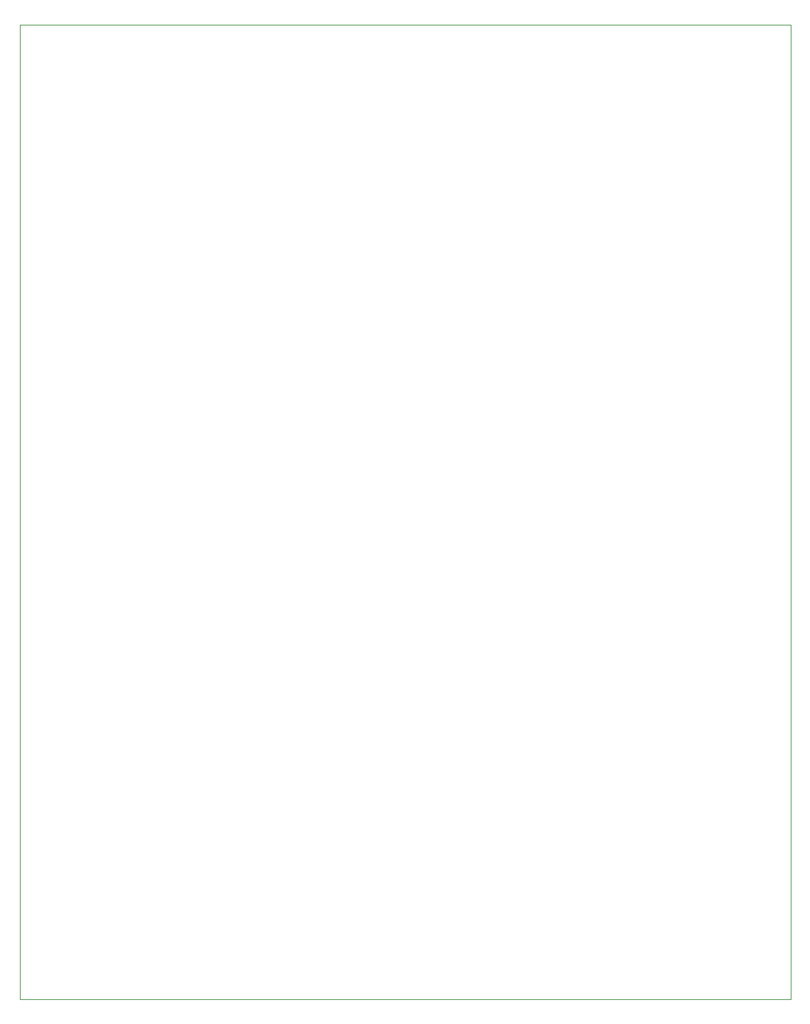
<source format=gm1>
G04 #@! TF.GenerationSoftware,KiCad,Pcbnew,(7.0.0)*
G04 #@! TF.CreationDate,2023-03-18T14:29:31-05:00*
G04 #@! TF.ProjectId,SlopesMain,536c6f70-6573-44d6-9169-6e2e6b696361,rev?*
G04 #@! TF.SameCoordinates,Original*
G04 #@! TF.FileFunction,Profile,NP*
%FSLAX46Y46*%
G04 Gerber Fmt 4.6, Leading zero omitted, Abs format (unit mm)*
G04 Created by KiCad (PCBNEW (7.0.0)) date 2023-03-18 14:29:31*
%MOMM*%
%LPD*%
G01*
G04 APERTURE LIST*
G04 #@! TA.AperFunction,Profile*
%ADD10C,0.100000*%
G04 #@! TD*
G04 APERTURE END LIST*
D10*
X302500000Y-20000000D02*
X397500000Y-20000000D01*
X397500000Y-20000000D02*
X397500000Y-140000000D01*
X397500000Y-140000000D02*
X302500000Y-140000000D01*
X302500000Y-140000000D02*
X302500000Y-20000000D01*
M02*

</source>
